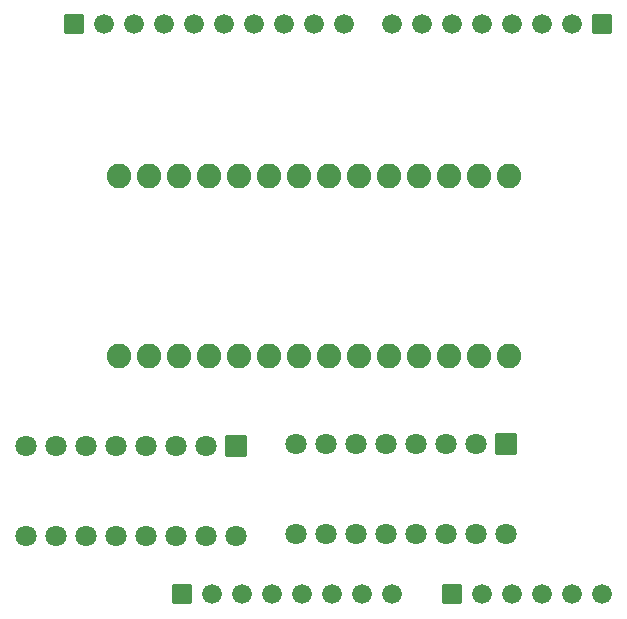
<source format=gbs>
G04 Layer: BottomSolderMaskLayer*
G04 EasyEDA v6.5.40, 2024-05-12 15:51:58*
G04 49c0d29adba348579b594a98eefbc0f5,633559c1653544b899bb7edc1c986e09,10*
G04 Gerber Generator version 0.2*
G04 Scale: 100 percent, Rotated: No, Reflected: No *
G04 Dimensions in millimeters *
G04 leading zeros omitted , absolute positions ,4 integer and 5 decimal *
%FSLAX45Y45*%
%MOMM*%

%AMMACRO1*1,1,$1,$2,$3*1,1,$1,$4,$5*1,1,$1,0-$2,0-$3*1,1,$1,0-$4,0-$5*20,1,$1,$2,$3,$4,$5,0*20,1,$1,$4,$5,0-$2,0-$3,0*20,1,$1,0-$2,0-$3,0-$4,0-$5,0*20,1,$1,0-$4,0-$5,$2,$3,0*4,1,4,$2,$3,$4,$5,0-$2,0-$3,0-$4,0-$5,$2,$3,0*%
%ADD10C,2.0828*%
%ADD11MACRO1,0.1016X0.7874X-0.7874X-0.7874X-0.7874*%
%ADD12C,1.6764*%
%ADD13MACRO1,0.1016X-0.7874X0.7874X0.7874X0.7874*%
%ADD14MACRO1,0.1016X0.85X0.85X0.85X-0.85*%
%ADD15C,1.8016*%

%LPD*%
D10*
G01*
X1155700Y2286000D03*
G01*
X1409700Y2286000D03*
G01*
X1663700Y2286000D03*
G01*
X1917700Y2286000D03*
G01*
X2171700Y2286000D03*
G01*
X2425700Y2286000D03*
G01*
X2679700Y2286000D03*
G01*
X2933700Y2286000D03*
G01*
X3187700Y2286000D03*
G01*
X3441700Y2286000D03*
G01*
X3695700Y2286000D03*
G01*
X3949700Y2286000D03*
G01*
X4203700Y2286000D03*
G01*
X4457700Y2286000D03*
G01*
X4457700Y3810000D03*
G01*
X4203700Y3810000D03*
G01*
X3695700Y3810000D03*
G01*
X3441700Y3810000D03*
G01*
X3187700Y3810000D03*
G01*
X2933700Y3810000D03*
G01*
X2679700Y3810000D03*
G01*
X2425700Y3810000D03*
G01*
X2171700Y3810000D03*
G01*
X1917700Y3810000D03*
G01*
X1663700Y3810000D03*
G01*
X1409700Y3810000D03*
G01*
X1155700Y3810000D03*
G01*
X3949700Y3810000D03*
D11*
G01*
X5245100Y5092700D03*
D12*
G01*
X4991100Y5092700D03*
G01*
X4737100Y5092700D03*
G01*
X4483100Y5092700D03*
G01*
X4229100Y5092700D03*
G01*
X3975100Y5092700D03*
G01*
X3721100Y5092700D03*
G01*
X3467100Y5092700D03*
G01*
X3060700Y5092700D03*
G01*
X2806700Y5092700D03*
G01*
X2552700Y5092700D03*
G01*
X2298700Y5092700D03*
G01*
X2044700Y5092700D03*
G01*
X1790700Y5092700D03*
G01*
X1536700Y5092700D03*
G01*
X1282700Y5092700D03*
G01*
X1028700Y5092700D03*
D13*
G01*
X774700Y5092700D03*
D12*
G01*
X5245100Y266700D03*
G01*
X4991100Y266700D03*
G01*
X4737100Y266700D03*
G01*
X4483100Y266700D03*
G01*
X4229100Y266700D03*
D13*
G01*
X3975100Y266700D03*
G01*
X1689100Y266700D03*
D12*
G01*
X1943100Y266700D03*
G01*
X2197100Y266700D03*
G01*
X2451100Y266700D03*
G01*
X2705100Y266700D03*
G01*
X2959100Y266700D03*
G01*
X3213100Y266700D03*
G01*
X3467100Y266700D03*
D14*
G01*
X4427091Y1535703D03*
D15*
G01*
X4173093Y1535704D03*
G01*
X2903093Y1535704D03*
G01*
X2649093Y1535704D03*
G01*
X3919093Y1535704D03*
G01*
X3665093Y1535704D03*
G01*
X3157093Y1535704D03*
G01*
X3411093Y1535704D03*
G01*
X2649093Y775685D03*
G01*
X2903093Y775685D03*
G01*
X3157093Y775685D03*
G01*
X3411093Y775685D03*
G01*
X3665093Y775685D03*
G01*
X3919093Y775685D03*
G01*
X4173093Y775685D03*
G01*
X4427093Y775685D03*
D14*
G01*
X2141091Y1523003D03*
D15*
G01*
X1887093Y1523004D03*
G01*
X617093Y1523004D03*
G01*
X363093Y1523004D03*
G01*
X1633093Y1523004D03*
G01*
X1379093Y1523004D03*
G01*
X871093Y1523004D03*
G01*
X1125093Y1523004D03*
G01*
X363093Y762985D03*
G01*
X617093Y762985D03*
G01*
X871093Y762985D03*
G01*
X1125093Y762985D03*
G01*
X1379093Y762985D03*
G01*
X1633093Y762985D03*
G01*
X1887093Y762985D03*
G01*
X2141093Y762985D03*
M02*

</source>
